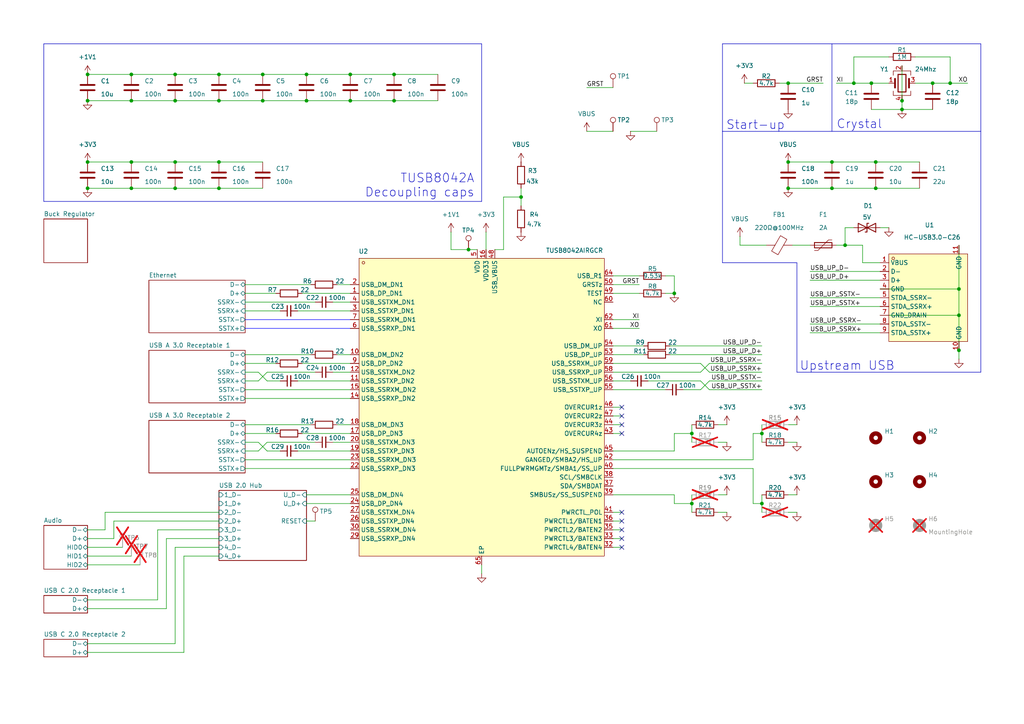
<source format=kicad_sch>
(kicad_sch (version 20250114) (generator "eeschema") (generator_version "9.0")
  (paper "A4")
  (title_block (title "Skibidi Thinkbook 14 Hub") (date "2025-12-29") (rev "v1") (company "Toby's Lab"))
  (text "TUSB8042A\nDecoupling caps" (at 137.668 57.404 0) (effects (font (size 2.54 2.54)) (justify right bottom)))
  (text "Start-up" (at 210.566 37.846 0) (effects (font (size 2.54 2.54)) (justify left bottom)))
  (text "Crystal" (at 242.57 37.592 0) (effects (font (size 2.54 2.54)) (justify left bottom)))
  (text "Upstream USB" (at 231.902 107.696 0) (effects (font (size 2.54 2.54)) (justify left bottom)))
  (junction (at 63.5 54.61))
  (junction (at 228.6 24.13))
  (junction (at 254 46.99))
  (junction (at 25.4 46.99))
  (junction (at 241.3 54.61))
  (junction (at 261.62 31.75))
  (junction (at 151.13 57.15))
  (junction (at 228.6 46.99))
  (junction (at 76.2 29.21))
  (junction (at 270.51 24.13))
  (junction (at 245.11 71.12))
  (junction (at 50.8 29.21))
  (junction (at 63.5 21.59))
  (junction (at 261.62 29.21))
  (junction (at 25.4 29.21))
  (junction (at 220.98 146.05))
  (junction (at 63.5 46.99))
  (junction (at 278.13 91.44))
  (junction (at 38.1 29.21))
  (junction (at 88.9 21.59))
  (junction (at 101.6 21.59))
  (junction (at 278.13 101.6))
  (junction (at 76.2 21.59))
  (junction (at 114.3 29.21))
  (junction (at 252.73 24.13))
  (junction (at 254 54.61))
  (junction (at 200.66 125.73))
  (junction (at 38.1 21.59))
  (junction (at 63.5 29.21))
  (junction (at 88.9 29.21))
  (junction (at 101.6 29.21))
  (junction (at 25.4 21.59))
  (junction (at 38.1 46.99))
  (junction (at 241.3 46.99))
  (junction (at 50.8 21.59))
  (junction (at 195.58 85.09))
  (junction (at 278.13 83.82))
  (junction (at 275.59 24.13))
  (junction (at 50.8 54.61))
  (junction (at 200.66 146.05))
  (junction (at 220.98 125.73))
  (junction (at 38.1 54.61))
  (junction (at 50.8 46.99))
  (junction (at 228.6 54.61))
  (junction (at 247.65 24.13))
  (junction (at 114.3 21.59))
  (junction (at 25.4 54.61))
  (junction (at 135.89 72.39))
  (no_connect (at 180.34 158.75))
  (no_connect (at 180.34 125.73))
  (no_connect (at 180.34 123.19))
  (no_connect (at 180.34 118.11))
  (no_connect (at 180.34 151.13))
  (no_connect (at 180.34 156.21))
  (no_connect (at 180.34 153.67))
  (no_connect (at 180.34 120.65))
  (no_connect (at 180.34 148.59))
  (wire (pts (xy 50.8 54.61) (xy 63.5 54.61)))
  (wire (pts (xy 229.87 71.12) (xy 234.95 71.12)))
  (wire (pts (xy 205.74 105.41) (xy 220.98 105.41)))
  (wire (pts (xy 205.74 107.95) (xy 203.2 105.41)))
  (wire (pts (xy 130.81 67.31) (xy 130.81 72.39)))
  (wire (pts (xy 242.57 24.13) (xy 247.65 24.13)))
  (wire (pts (xy 38.1 54.61) (xy 50.8 54.61)))
  (wire (pts (xy 234.95 86.36) (xy 255.27 86.36)))
  (wire (pts (xy 53.34 161.29) (xy 63.5 161.29)))
  (wire (pts (xy 50.8 46.99) (xy 63.5 46.99)))
  (wire (pts (xy 182.88 38.1) (xy 190.5 38.1)))
  (wire (pts (xy 38.1 21.59) (xy 50.8 21.59)))
  (wire (pts (xy 222.25 71.12) (xy 214.63 71.12)))
  (wire (pts (xy 33.02 151.13) (xy 63.5 151.13)))
  (wire (pts (xy 247.65 24.13) (xy 252.73 24.13)))
  (wire (pts (xy 255.27 91.44) (xy 278.13 91.44)))
  (wire (pts (xy 71.12 115.57) (xy 101.6 115.57)))
  (polyline (pts (xy 209.55 38.1) (xy 209.55 12.7)))
  (wire (pts (xy 48.26 156.21) (xy 63.5 156.21)))
  (wire (pts (xy 218.44 135.89) (xy 218.44 146.05)))
  (wire (pts (xy 101.6 21.59) (xy 114.3 21.59)))
  (wire (pts (xy 200.66 125.73) (xy 200.66 128.27)))
  (wire (pts (xy 74.93 130.81) (xy 77.47 128.27)))
  (wire (pts (xy 77.47 107.95) (xy 91.44 107.95)))
  (wire (pts (xy 25.4 46.99) (xy 38.1 46.99)))
  (wire (pts (xy 25.4 176.53) (xy 48.26 176.53)))
  (wire (pts (xy 86.36 110.49) (xy 101.6 110.49)))
  (wire (pts (xy 88.9 146.05) (xy 101.6 146.05)))
  (wire (pts (xy 231.14 143.51) (xy 228.6 143.51)))
  (wire (pts (xy 275.59 24.13) (xy 280.67 24.13)))
  (wire (pts (xy 278.13 91.44) (xy 278.13 101.6)))
  (wire (pts (xy 25.4 186.69) (xy 50.8 186.69)))
  (wire (pts (xy 234.95 88.9) (xy 255.27 88.9)))
  (wire (pts (xy 195.58 146.05) (xy 195.58 143.51)))
  (wire (pts (xy 114.3 29.21) (xy 127 29.21)))
  (wire (pts (xy 270.51 24.13) (xy 265.43 24.13)))
  (wire (pts (xy 71.12 113.03) (xy 101.6 113.03)))
  (wire (pts (xy 50.8 29.21) (xy 63.5 29.21)))
  (polyline (pts (xy 284.48 38.1) (xy 284.48 107.95)))
  (wire (pts (xy 25.4 173.99) (xy 45.72 173.99)))
  (wire (pts (xy 88.9 143.51) (xy 101.6 143.51)))
  (wire (pts (xy 194.31 100.33) (xy 220.98 100.33)))
  (wire (pts (xy 77.47 110.49) (xy 74.93 107.95)))
  (polyline (pts (xy 231.14 76.2) (xy 209.55 76.2)))
  (wire (pts (xy 234.95 96.52) (xy 255.27 96.52)))
  (wire (pts (xy 50.8 158.75) (xy 63.5 158.75)))
  (wire (pts (xy 245.11 66.04) (xy 245.11 71.12)))
  (wire (pts (xy 231.14 148.59) (xy 228.6 148.59)))
  (wire (pts (xy 170.18 38.1) (xy 177.8 38.1)))
  (wire (pts (xy 205.74 113.03) (xy 220.98 113.03)))
  (wire (pts (xy 81.28 130.81) (xy 77.47 130.81)))
  (wire (pts (xy 71.12 107.95) (xy 74.93 107.95)))
  (wire (pts (xy 71.12 102.87) (xy 90.17 102.87)))
  (wire (pts (xy 203.2 107.95) (xy 205.74 105.41)))
  (wire (pts (xy 177.8 113.03) (xy 193.04 113.03)))
  (wire (pts (xy 220.98 125.73) (xy 218.44 125.73)))
  (wire (pts (xy 220.98 143.51) (xy 220.98 146.05)))
  (wire (pts (xy 25.4 29.21) (xy 38.1 29.21)))
  (wire (pts (xy 97.79 123.19) (xy 101.6 123.19)))
  (wire (pts (xy 185.42 82.55) (xy 177.8 82.55)))
  (wire (pts (xy 96.52 128.27) (xy 101.6 128.27)))
  (wire (pts (xy 187.96 110.49) (xy 203.2 110.49)))
  (wire (pts (xy 205.74 110.49) (xy 220.98 110.49)))
  (wire (pts (xy 71.12 105.41) (xy 80.01 105.41)))
  (wire (pts (xy 228.6 54.61) (xy 241.3 54.61)))
  (wire (pts (xy 200.66 123.19) (xy 200.66 125.73)))
  (wire (pts (xy 200.66 143.51) (xy 200.66 146.05)))
  (wire (pts (xy 250.19 76.2) (xy 255.27 76.2)))
  (wire (pts (xy 96.52 107.95) (xy 101.6 107.95)))
  (wire (pts (xy 278.13 71.12) (xy 278.13 83.82)))
  (wire (pts (xy 114.3 21.59) (xy 127 21.59)))
  (polyline (pts (xy 284.48 12.7) (xy 284.48 38.1)))
  (wire (pts (xy 151.13 54.61) (xy 151.13 57.15)))
  (wire (pts (xy 96.52 87.63) (xy 101.6 87.63)))
  (wire (pts (xy 48.26 156.21) (xy 48.26 176.53)))
  (wire (pts (xy 241.3 54.61) (xy 254 54.61)))
  (wire (pts (xy 234.95 93.98) (xy 255.27 93.98)))
  (wire (pts (xy 180.34 156.21) (xy 177.8 156.21)))
  (wire (pts (xy 77.47 128.27) (xy 91.44 128.27)))
  (wire (pts (xy 241.3 46.99) (xy 254 46.99)))
  (wire (pts (xy 177.8 80.01) (xy 185.42 80.01)))
  (wire (pts (xy 218.44 125.73) (xy 218.44 133.35)))
  (wire (pts (xy 177.8 130.81) (xy 195.58 130.81)))
  (wire (pts (xy 226.06 24.13) (xy 228.6 24.13)))
  (wire (pts (xy 177.8 107.95) (xy 203.2 107.95)))
  (wire (pts (xy 45.72 153.67) (xy 45.72 173.99)))
  (wire (pts (xy 25.4 156.21) (xy 33.02 156.21)))
  (wire (pts (xy 195.58 80.01) (xy 195.58 85.09)))
  (wire (pts (xy 33.02 151.13) (xy 33.02 156.21)))
  (wire (pts (xy 25.4 163.83) (xy 40.64 163.83)))
  (wire (pts (xy 86.36 90.17) (xy 101.6 90.17)))
  (polyline (pts (xy 209.55 12.7) (xy 241.3 12.7)))
  (wire (pts (xy 25.4 189.23) (xy 53.34 189.23)))
  (wire (pts (xy 231.14 128.27) (xy 228.6 128.27)))
  (wire (pts (xy 195.58 130.81) (xy 195.58 125.73)))
  (wire (pts (xy 71.12 128.27) (xy 74.93 128.27)))
  (wire (pts (xy 87.63 125.73) (xy 101.6 125.73)))
  (wire (pts (xy 130.81 72.39) (xy 135.89 72.39)))
  (polyline (pts (xy 231.14 107.95) (xy 231.14 76.2)))
  (wire (pts (xy 71.12 85.09) (xy 80.01 85.09)))
  (wire (pts (xy 25.4 158.75) (xy 35.56 158.75)))
  (wire (pts (xy 81.28 110.49) (xy 77.47 110.49)))
  (wire (pts (xy 146.05 57.15) (xy 146.05 72.39)))
  (wire (pts (xy 250.19 71.12) (xy 250.19 76.2)))
  (wire (pts (xy 38.1 46.99) (xy 50.8 46.99)))
  (wire (pts (xy 87.63 105.41) (xy 101.6 105.41)))
  (wire (pts (xy 257.81 66.04) (xy 255.27 66.04)))
  (wire (pts (xy 247.65 66.04) (xy 245.11 66.04)))
  (wire (pts (xy 210.82 123.19) (xy 208.28 123.19)))
  (wire (pts (xy 71.12 110.49) (xy 74.93 110.49)))
  (wire (pts (xy 198.12 113.03) (xy 203.2 113.03)))
  (polyline (pts (xy 241.3 12.7) (xy 241.3 38.1)))
  (wire (pts (xy 180.34 120.65) (xy 177.8 120.65)))
  (wire (pts (xy 71.12 130.81) (xy 74.93 130.81)))
  (wire (pts (xy 88.9 151.13) (xy 91.44 151.13)))
  (polyline (pts (xy 284.48 107.95) (xy 231.14 107.95)))
  (wire (pts (xy 71.12 133.35) (xy 101.6 133.35)))
  (wire (pts (xy 254 46.99) (xy 266.7 46.99)))
  (wire (pts (xy 255.27 83.82) (xy 278.13 83.82)))
  (wire (pts (xy 88.9 21.59) (xy 101.6 21.59)))
  (wire (pts (xy 87.63 85.09) (xy 101.6 85.09)))
  (wire (pts (xy 177.8 102.87) (xy 186.69 102.87)))
  (wire (pts (xy 180.34 153.67) (xy 177.8 153.67)))
  (wire (pts (xy 135.89 72.39) (xy 138.43 72.39)))
  (wire (pts (xy 177.8 100.33) (xy 186.69 100.33)))
  (wire (pts (xy 177.8 133.35) (xy 218.44 133.35)))
  (wire (pts (xy 228.6 46.99) (xy 241.3 46.99)))
  (wire (pts (xy 180.34 148.59) (xy 177.8 148.59)))
  (wire (pts (xy 63.5 29.21) (xy 76.2 29.21)))
  (wire (pts (xy 53.34 161.29) (xy 53.34 189.23)))
  (wire (pts (xy 261.62 19.05) (xy 261.62 29.21)))
  (wire (pts (xy 234.95 81.28) (xy 255.27 81.28)))
  (wire (pts (xy 275.59 16.51) (xy 275.59 24.13)))
  (wire (pts (xy 25.4 54.61) (xy 38.1 54.61)))
  (wire (pts (xy 71.12 87.63) (xy 91.44 87.63)))
  (polyline (pts (xy 12.7 12.7) (xy 12.7 58.42)))
  (wire (pts (xy 185.42 95.25) (xy 177.8 95.25)))
  (wire (pts (xy 45.72 153.67) (xy 63.5 153.67)))
  (wire (pts (xy 101.6 29.21) (xy 114.3 29.21)))
  (wire (pts (xy 245.11 71.12) (xy 250.19 71.12)))
  (wire (pts (xy 63.5 54.61) (xy 76.2 54.61)))
  (wire (pts (xy 76.2 21.59) (xy 88.9 21.59)))
  (wire (pts (xy 38.1 29.21) (xy 50.8 29.21)))
  (wire (pts (xy 261.62 31.75) (xy 261.62 29.21)))
  (wire (pts (xy 231.14 123.19) (xy 228.6 123.19)))
  (wire (pts (xy 205.74 110.49) (xy 203.2 113.03)))
  (polyline (pts (xy 241.3 12.7) (xy 284.48 12.7)))
  (wire (pts (xy 71.12 92.71) (xy 101.6 92.71)) (stroke (width 0) (color 0 0 255 1)))
  (wire (pts (xy 77.47 130.81) (xy 74.93 128.27)))
  (wire (pts (xy 180.34 151.13) (xy 177.8 151.13)))
  (wire (pts (xy 30.48 148.59) (xy 63.5 148.59)))
  (wire (pts (xy 234.95 78.74) (xy 255.27 78.74)))
  (wire (pts (xy 151.13 57.15) (xy 151.13 59.69)))
  (wire (pts (xy 185.42 92.71) (xy 177.8 92.71)))
  (wire (pts (xy 220.98 107.95) (xy 205.74 107.95)))
  (wire (pts (xy 195.58 143.51) (xy 177.8 143.51)))
  (wire (pts (xy 220.98 123.19) (xy 220.98 125.73)))
  (wire (pts (xy 257.81 16.51) (xy 247.65 16.51)))
  (wire (pts (xy 170.18 25.4) (xy 177.8 25.4)))
  (wire (pts (xy 270.51 24.13) (xy 275.59 24.13)))
  (polyline (pts (xy 139.7 58.42) (xy 12.7 58.42)))
  (wire (pts (xy 71.12 90.17) (xy 81.28 90.17)))
  (wire (pts (xy 185.42 85.09) (xy 177.8 85.09)))
  (wire (pts (xy 180.34 118.11) (xy 177.8 118.11)))
  (wire (pts (xy 203.2 110.49) (xy 205.74 113.03)))
  (wire (pts (xy 252.73 31.75) (xy 261.62 31.75)))
  (wire (pts (xy 97.79 82.55) (xy 101.6 82.55)))
  (wire (pts (xy 200.66 146.05) (xy 200.66 148.59)))
  (wire (pts (xy 261.62 31.75) (xy 270.51 31.75)))
  (wire (pts (xy 25.4 21.59) (xy 38.1 21.59)))
  (wire (pts (xy 252.73 24.13) (xy 257.81 24.13)))
  (wire (pts (xy 220.98 146.05) (xy 220.98 148.59)))
  (polyline (pts (xy 209.55 38.1) (xy 284.48 38.1)))
  (wire (pts (xy 97.79 102.87) (xy 101.6 102.87)))
  (wire (pts (xy 210.82 148.59) (xy 208.28 148.59)))
  (wire (pts (xy 278.13 104.14) (xy 278.13 101.6)))
  (wire (pts (xy 254 54.61) (xy 266.7 54.61)))
  (wire (pts (xy 88.9 29.21) (xy 101.6 29.21)))
  (wire (pts (xy 265.43 16.51) (xy 275.59 16.51)))
  (wire (pts (xy 242.57 71.12) (xy 245.11 71.12)))
  (wire (pts (xy 195.58 85.09) (xy 193.04 85.09)))
  (wire (pts (xy 74.93 110.49) (xy 77.47 107.95)))
  (wire (pts (xy 76.2 29.21) (xy 88.9 29.21)))
  (wire (pts (xy 50.8 158.75) (xy 50.8 186.69)))
  (wire (pts (xy 177.8 110.49) (xy 182.88 110.49)))
  (wire (pts (xy 177.8 105.41) (xy 203.2 105.41)))
  (wire (pts (xy 193.04 80.01) (xy 195.58 80.01)))
  (wire (pts (xy 210.82 128.27) (xy 208.28 128.27)))
  (wire (pts (xy 146.05 72.39) (xy 143.51 72.39)))
  (wire (pts (xy 140.97 67.31) (xy 140.97 72.39)))
  (polyline (pts (xy 12.7 12.7) (xy 139.7 12.7)))
  (wire (pts (xy 278.13 83.82) (xy 278.13 91.44)))
  (wire (pts (xy 71.12 125.73) (xy 80.01 125.73)))
  (wire (pts (xy 86.36 130.81) (xy 101.6 130.81)))
  (wire (pts (xy 214.63 68.58) (xy 214.63 71.12)))
  (wire (pts (xy 247.65 16.51) (xy 247.65 24.13)))
  (wire (pts (xy 220.98 125.73) (xy 220.98 128.27)))
  (wire (pts (xy 218.44 146.05) (xy 220.98 146.05)))
  (wire (pts (xy 30.48 148.59) (xy 30.48 153.67)))
  (wire (pts (xy 194.31 102.87) (xy 220.98 102.87)))
  (wire (pts (xy 218.44 24.13) (xy 215.9 24.13)))
  (wire (pts (xy 139.7 166.37) (xy 139.7 163.83)))
  (wire (pts (xy 50.8 21.59) (xy 63.5 21.59)))
  (wire (pts (xy 180.34 123.19) (xy 177.8 123.19)))
  (wire (pts (xy 71.12 123.19) (xy 90.17 123.19)))
  (wire (pts (xy 151.13 57.15) (xy 146.05 57.15)))
  (wire (pts (xy 195.58 146.05) (xy 200.66 146.05)))
  (wire (pts (xy 25.4 161.29) (xy 38.1 161.29)))
  (wire (pts (xy 177.8 135.89) (xy 218.44 135.89)))
  (wire (pts (xy 25.4 153.67) (xy 30.48 153.67)))
  (wire (pts (xy 180.34 125.73) (xy 177.8 125.73)))
  (wire (pts (xy 71.12 135.89) (xy 101.6 135.89)))
  (wire (pts (xy 210.82 143.51) (xy 208.28 143.51)))
  (wire (pts (xy 180.34 158.75) (xy 177.8 158.75)))
  (wire (pts (xy 195.58 125.73) (xy 200.66 125.73)))
  (wire (pts (xy 228.6 24.13) (xy 238.76 24.13)))
  (wire (pts (xy 63.5 46.99) (xy 76.2 46.99)))
  (wire (pts (xy 71.12 82.55) (xy 90.17 82.55)))
  (wire (pts (xy 63.5 21.59) (xy 76.2 21.59)))
  (polyline (pts (xy 209.55 76.2) (xy 209.55 38.1)))
  (polyline (pts (xy 139.7 12.7) (xy 139.7 58.42)))
  (wire (pts (xy 71.12 95.25) (xy 101.6 95.25)) (stroke (width 0) (color 0 0 255 1)))
  (label "USB_UP_SSRX-" (at 220.98 105.41 180))
  (label "USB_UP_SSTX-" (at 220.98 110.49 180))
  (label "GRST" (at 185.42 82.55 180))
  (label "USB_UP_SSTX+" (at 220.98 113.03 180))
  (label "USB_UP_SSRX+" (at 220.98 107.95 180))
  (label "USB_UP_SSTX+" (at 234.95 88.9 0))
  (label "USB_UP_SSTX-" (at 234.95 86.36 0))
  (label "GRST" (at 170.18 25.4 0))
  (label "USB_UP_D+" (at 234.95 81.28 0))
  (label "XO" (at 185.42 95.25 180))
  (label "XI" (at 242.57 24.13 0))
  (label "USB_UP_D-" (at 220.98 100.33 180))
  (label "GRST" (at 238.76 24.13 180))
  (label "XO" (at 280.67 24.13 180))
  (label "USB_UP_SSRX-" (at 234.95 93.98 0))
  (label "XI" (at 185.42 92.71 180))
  (label "USB_UP_D-" (at 234.95 78.74 0))
  (label "USB_UP_SSRX+" (at 234.95 96.52 0))
  (label "USB_UP_D+" (at 220.98 102.87 180))
  (symbol (lib_id "Device:C") (at 270.51 27.94 0) (mirror y) (unit 1)
    (property "Reference" "C12" (at 274.32 26.924 0) (effects (justify right)))
    (property "Value" "18p" (at 274.32 29.464 0) (effects (justify right)))
    (property "Footprint" "Capacitor_SMD:C_0402_1005Metric" (effects (hide yes)))
    (property "Description" "Unpolarized capacitor" (effects (hide yes)))
    (property "LCSC Part #" "C1549" (effects (hide yes)))
  )
  (symbol (lib_id "Device:C") (at 228.6 50.8 0) (unit 1) (on_board no)
    (property "Reference" "C18" (at 232.41 48.8949 0) (effects (justify left)))
    (property "Value" "100n" (at 232.41 52.7049 0) (effects (justify left)))
    (property "Footprint" "Capacitor_SMD:C_0402_1005Metric" (effects (hide yes)))
    (property "Description" "Unpolarized capacitor" (effects (hide yes)))
    (property "LCSC Part #" "C307331" (effects (hide yes)))
  )
  (symbol (lib_id "Device:Polyfuse") (at 238.76 71.12 90) (unit 1)
    (property "Reference" "F1" (at 238.76 62.23 90))
    (property "Value" "2A" (at 238.76 66.04 90))
    (property "Footprint" "Fuse:Fuse_1206_3216Metric" (effects (hide yes)))
    (property "Description" "Resettable fuse, polymeric positive temperature coefficient" (effects (hide yes)))
    (property "LCSC Part #" "C883135" (effects (hide yes)))
  )
  (symbol (lib_id "power:GND") (at 231.14 128.27 0) (unit 1)
    (property "Reference" "#PWR023" (effects (hide yes)))
    (property "Value" "GND" (effects (hide yes)))
    (property "Description" "Power symbol creates a global label with name \"GND\" , ground" (effects (hide yes)))
  )
  (symbol (lib_id "Device:C") (at 50.8 50.8 0) (unit 1)
    (property "Reference" "C15" (at 54.61 48.8949 0) (effects (justify left)))
    (property "Value" "100n" (at 54.61 52.7049 0) (effects (justify left)))
    (property "Footprint" "Capacitor_SMD:C_0402_1005Metric" (effects (hide yes)))
    (property "Description" "Unpolarized capacitor" (effects (hide yes)))
    (property "LCSC Part #" "C307331" (effects (hide yes)))
  )
  (symbol (lib_id "Mechanical:MountingHole") (at 266.7 139.7 0) (unit 1) (in_bom no)
    (property "Reference" "H4" (at 269.24 137.7949 0) (effects (justify left)))
    (property "Value" "MountingHole" (effects (hide yes)))
    (property "Footprint" "MountingHole:MountingHole_3.2mm_M3_Pad" (effects (hide yes)))
    (property "Description" "Mounting Hole without connection" (effects (hide yes)))
  )
  (symbol (lib_id "easyeda2kicad:HC-USB3.0-C26") (at 267.97 86.36 0) (unit 1)
    (property "Reference" "U1" (at 268.224 65.278 0) (effects (justify left)))
    (property "Value" "HC-USB3.0-C26" (at 262.128 68.834 0) (effects (justify left)))
    (property "Footprint" "easyeda2kicad:USB-3.0-A-SMD_HC-USB3.0-C26" (effects (hide yes)))
    (property "LCSC Part" "C7501854" (effects (hide yes)))
  )
  (symbol (lib_id "Mechanical:MountingHole") (at 266.7 152.4 0) (unit 1) (in_bom no) (on_board no) (dnp yes)
    (property "Reference" "H6" (at 269.24 150.4949 0) (effects (justify left)))
    (property "Value" "MountingHole" (at 269.24 154.3049 0) (effects (justify left)))
    (property "Footprint" "MountingHole:MountingHole_3.2mm_M3_Pad" (effects (hide yes)))
    (property "Description" "Mounting Hole without connection" (effects (hide yes)))
  )
  (symbol (lib_id "Device:C") (at 38.1 50.8 0) (unit 1)
    (property "Reference" "C14" (at 41.91 48.8949 0) (effects (justify left)))
    (property "Value" "100n" (at 41.91 52.7049 0) (effects (justify left)))
    (property "Footprint" "Capacitor_SMD:C_0402_1005Metric" (effects (hide yes)))
    (property "Description" "Unpolarized capacitor" (effects (hide yes)))
    (property "LCSC Part #" "C307331" (effects (hide yes)))
  )
  (symbol (lib_id "power:GND") (at 139.7 166.37 0) (mirror y) (unit 1)
    (property "Reference" "#PWR028" (effects (hide yes)))
    (property "Value" "GND" (effects (hide yes)))
    (property "Description" "Power symbol creates a global label with name \"GND\" , ground" (effects (hide yes)))
  )
  (symbol (lib_id "Device:C") (at 254 50.8 0) (unit 1)
    (property "Reference" "C20" (at 257.81 48.8949 0) (effects (justify left)))
    (property "Value" "10u" (at 257.81 52.7049 0) (effects (justify left)))
    (property "Footprint" "Capacitor_SMD:C_0603_1608Metric" (effects (hide yes)))
    (property "Description" "Unpolarized capacitor" (effects (hide yes)))
    (property "LCSC Part #" "C19702" (effects (hide yes)))
  )
  (symbol (lib_id "Device:C") (at 114.3 25.4 0) (unit 1)
    (property "Reference" "C8" (at 118.11 23.4949 0) (effects (justify left)))
    (property "Value" "100n" (at 118.11 27.3049 0) (effects (justify left)))
    (property "Footprint" "Capacitor_SMD:C_0402_1005Metric" (effects (hide yes)))
    (property "Description" "Unpolarized capacitor" (effects (hide yes)))
    (property "LCSC Part #" "C307331" (effects (hide yes)))
  )
  (symbol (lib_id "Device:C") (at 241.3 50.8 0) (unit 1)
    (property "Reference" "C19" (at 245.11 48.8949 0) (effects (justify left)))
    (property "Value" "1u" (at 245.11 52.7049 0) (effects (justify left)))
    (property "Footprint" "Capacitor_SMD:C_0603_1608Metric" (effects (hide yes)))
    (property "Description" "Unpolarized capacitor" (effects (hide yes)))
    (property "LCSC Part #" "C15849" (effects (hide yes)))
  )
  (symbol (lib_id "Device:C_Small") (at 195.58 113.03 90) (unit 1)
    (property "Reference" "C27" (at 192.278 111.76 90))
    (property "Value" "100n" (at 199.39 111.76 90))
    (property "Footprint" "Capacitor_SMD:C_0402_1005Metric" (effects (hide yes)))
    (property "Description" "Unpolarized capacitor, small symbol" (effects (hide yes)))
    (property "LCSC Part #" "C307331" (effects (hide yes)))
  )
  (symbol (lib_id "Device:C_Small") (at 83.82 110.49 90) (unit 1)
    (property "Reference" "C25" (at 80.518 109.22 90))
    (property "Value" "100n" (at 87.63 109.22 90))
    (property "Footprint" "Capacitor_SMD:C_0402_1005Metric" (effects (hide yes)))
    (property "Description" "Unpolarized capacitor, small symbol" (effects (hide yes)))
    (property "LCSC Part #" "C307331" (effects (hide yes)))
  )
  (symbol (lib_id "Device:R") (at 93.98 102.87 90) (unit 1)
    (property "Reference" "R10" (at 89.154 101.854 90))
    (property "Value" "22" (at 98.552 101.854 90))
    (property "Footprint" "Resistor_SMD:R_0402_1005Metric" (effects (hide yes)))
    (property "Description" "Resistor" (effects (hide yes)))
    (property "LCSC Part #" "C25092" (effects (hide yes)))
  )
  (symbol (lib_id "Device:C_Small") (at 93.98 87.63 90) (unit 1)
    (property "Reference" "C22" (at 90.678 86.36 90))
    (property "Value" "100n" (at 97.79 86.36 90))
    (property "Footprint" "Capacitor_SMD:C_0402_1005Metric" (effects (hide yes)))
    (property "Description" "Unpolarized capacitor, small symbol" (effects (hide yes)))
    (property "LCSC Part #" "C307331" (effects (hide yes)))
  )
  (symbol (lib_id "Mechanical:MountingHole") (at 254 127 0) (unit 1) (in_bom no)
    (property "Reference" "H1" (at 256.54 125.0949 0) (effects (justify left)))
    (property "Value" "MountingHole" (effects (hide yes)))
    (property "Footprint" "MountingHole:MountingHole_3.2mm_M3_Pad" (effects (hide yes)))
    (property "Description" "Mounting Hole without connection" (effects (hide yes)))
  )
  (symbol (lib_id "Device:R") (at 83.82 105.41 90) (unit 1)
    (property "Reference" "R12" (at 78.994 104.394 90))
    (property "Value" "22" (at 88.392 104.394 90))
    (property "Footprint" "Resistor_SMD:R_0402_1005Metric" (effects (hide yes)))
    (property "Description" "Resistor" (effects (hide yes)))
    (property "LCSC Part #" "C25092" (effects (hide yes)))
  )
  (symbol (lib_id "power:GND") (at 210.82 148.59 0) (unit 1)
    (property "Reference" "#PWR026" (effects (hide yes)))
    (property "Value" "GND" (effects (hide yes)))
    (property "Description" "Power symbol creates a global label with name \"GND\" , ground" (effects (hide yes)))
  )
  (symbol (lib_id "Device:C") (at 266.7 50.8 0) (unit 1)
    (property "Reference" "C21" (at 270.51 48.8949 0) (effects (justify left)))
    (property "Value" "22u" (at 270.51 52.7049 0) (effects (justify left)))
    (property "Footprint" "Capacitor_SMD:C_0805_2012Metric" (effects (hide yes)))
    (property "Description" "Unpolarized capacitor" (effects (hide yes)))
    (property "LCSC Part #" "C45783" (effects (hide yes)))
  )
  (symbol (lib_id "Connector:TestPoint") (at 135.89 72.39 0) (mirror y) (unit 1)
    (property "Reference" "TP4" (at 137.668 66.802 0) (effects (justify left)))
    (property "Value" "TestPoint" (effects (hide yes)))
    (property "Footprint" "TestPoint:TestPoint_Pad_D1.5mm" (effects (hide yes)))
    (property "Description" "test point" (effects (hide yes)))
  )
  (symbol (lib_id "Device:C") (at 228.6 27.94 0) (unit 1)
    (property "Reference" "C10" (at 232.41 26.0349 0) (effects (justify left)))
    (property "Value" "1u" (at 232.41 29.8449 0) (effects (justify left)))
    (property "Footprint" "Capacitor_SMD:C_0603_1608Metric" (effects (hide yes)))
    (property "Description" "Unpolarized capacitor" (effects (hide yes)))
    (property "LCSC Part #" "C15849" (effects (hide yes)))
  )
  (symbol (lib_id "Device:R") (at 261.62 16.51 90) (unit 1)
    (property "Reference" "R1" (at 261.62 14.478 90))
    (property "Value" "1M" (at 261.62 16.51 90))
    (property "Footprint" "Resistor_SMD:R_0402_1005Metric" (effects (hide yes)))
    (property "Description" "Resistor" (effects (hide yes)))
    (property "LCSC Part #" "C26083" (effects (hide yes)))
  )
  (symbol (lib_id "Connector:TestPoint") (at 177.8 25.4 0) (unit 1)
    (property "Reference" "TP1" (at 179.07 22.098 0) (effects (justify left)))
    (property "Value" "TestPoint" (effects (hide yes)))
    (property "Footprint" "TestPoint:TestPoint_Pad_D1.5mm" (effects (hide yes)))
    (property "Description" "test point" (effects (hide yes)))
  )
  (symbol (lib_id "Device:C") (at 38.1 25.4 0) (unit 1)
    (property "Reference" "C2" (at 41.91 23.4949 0) (effects (justify left)))
    (property "Value" "100n" (at 41.91 27.3049 0) (effects (justify left)))
    (property "Footprint" "Capacitor_SMD:C_0402_1005Metric" (effects (hide yes)))
    (property "Description" "Unpolarized capacitor" (effects (hide yes)))
    (property "LCSC Part #" "C307331" (effects (hide yes)))
  )
  (symbol (lib_id "Device:R") (at 189.23 85.09 90) (unit 1)
    (property "Reference" "R8" (at 189.23 83.058 90))
    (property "Value" "4.7k" (at 189.23 85.09 90))
    (property "Footprint" "Resistor_SMD:R_0402_1005Metric" (effects (hide yes)))
    (property "Description" "Resistor" (effects (hide yes)))
    (property "LCSC Part #" "C25900" (effects (hide yes)))
  )
  (symbol (lib_id "power:+3V3") (at 25.4 46.99 0) (unit 1)
    (property "Reference" "#PWR08" (effects (hide yes)))
    (property "Value" "+3V3" (at 25.4 41.91 0))
    (property "Description" "Power symbol creates a global label with name \"+3V3\"" (effects (hide yes)))
  )
  (symbol (lib_id "power:GND") (at 231.14 148.59 0) (unit 1)
    (property "Reference" "#PWR027" (effects (hide yes)))
    (property "Value" "GND" (effects (hide yes)))
    (property "Description" "Power symbol creates a global label with name \"GND\" , ground" (effects (hide yes)))
  )
  (symbol (lib_id "Device:C") (at 50.8 25.4 0) (unit 1)
    (property "Reference" "C3" (at 54.61 23.4949 0) (effects (justify left)))
    (property "Value" "100n" (at 54.61 27.3049 0) (effects (justify left)))
    (property "Footprint" "Capacitor_SMD:C_0402_1005Metric" (effects (hide yes)))
    (property "Description" "Unpolarized capacitor" (effects (hide yes)))
    (property "LCSC Part #" "C307331" (effects (hide yes)))
  )
  (symbol (lib_id "power:GND") (at 257.81 66.04 0) (mirror y) (unit 1)
    (property "Reference" "#PWR013" (effects (hide yes)))
    (property "Value" "GND" (effects (hide yes)))
    (property "Description" "Power symbol creates a global label with name \"GND\" , ground" (effects (hide yes)))
  )
  (symbol (lib_id "Device:R") (at 83.82 85.09 90) (unit 1)
    (property "Reference" "R7" (at 78.994 84.074 90))
    (property "Value" "22" (at 88.392 84.074 90))
    (property "Footprint" "Resistor_SMD:R_0402_1005Metric" (effects (hide yes)))
    (property "Description" "Resistor" (effects (hide yes)))
    (property "LCSC Part #" "C25092" (effects (hide yes)))
  )
  (symbol (lib_id "Device:R") (at 83.82 125.73 90) (unit 1)
    (property "Reference" "R16" (at 78.994 124.714 90))
    (property "Value" "22" (at 88.392 124.714 90))
    (property "Footprint" "Resistor_SMD:R_0402_1005Metric" (effects (hide yes)))
    (property "Description" "Resistor" (effects (hide yes)))
    (property "LCSC Part #" "C25092" (effects (hide yes)))
  )
  (symbol (lib_id "Connector:TestPoint") (at 91.44 151.13 0) (unit 1)
    (property "Reference" "TP5" (at 92.71 148.336 0) (effects (justify left)))
    (property "Value" "TestPoint" (effects (hide yes)))
    (property "Footprint" "TestPoint:TestPoint_Pad_D1.5mm" (effects (hide yes)))
    (property "Description" "test point" (effects (hide yes)))
  )
  (symbol (lib_id "Device:C") (at 25.4 25.4 0) (unit 1)
    (property "Reference" "C1" (at 29.21 23.4949 0) (effects (justify left)))
    (property "Value" "10u" (at 29.21 27.3049 0) (effects (justify left)))
    (property "Footprint" "Capacitor_SMD:C_0603_1608Metric" (effects (hide yes)))
    (property "Description" "Unpolarized capacitor" (effects (hide yes)))
    (property "LCSC Part #" "C19702" (effects (hide yes)))
  )
  (symbol (lib_id "Device:C") (at 76.2 25.4 0) (unit 1)
    (property "Reference" "C5" (at 80.01 23.4949 0) (effects (justify left)))
    (property "Value" "100n" (at 80.01 27.3049 0) (effects (justify left)))
    (property "Footprint" "Capacitor_SMD:C_0402_1005Metric" (effects (hide yes)))
    (property "Description" "Unpolarized capacitor" (effects (hide yes)))
    (property "LCSC Part #" "C307331" (effects (hide yes)))
  )
  (symbol (lib_id "power:+1V1") (at 25.4 21.59 0) (unit 1)
    (property "Reference" "#PWR01" (effects (hide yes)))
    (property "Value" "+1V1" (at 25.4 16.51 0))
    (property "Description" "Power symbol creates a global label with name \"+1V1\"" (effects (hide yes)))
  )
  (symbol (lib_id "Device:C_Small") (at 83.82 90.17 90) (unit 1)
    (property "Reference" "C23" (at 80.518 88.9 90))
    (property "Value" "100n" (at 87.63 88.9 90))
    (property "Footprint" "Capacitor_SMD:C_0402_1005Metric" (effects (hide yes)))
    (property "Description" "Unpolarized capacitor, small symbol" (effects (hide yes)))
    (property "LCSC Part #" "C307331" (effects (hide yes)))
  )
  (symbol (lib_id "Device:R") (at 204.47 143.51 90) (unit 1) (dnp yes)
    (property "Reference" "R19" (at 204.47 141.478 90))
    (property "Value" "4.7k" (at 204.47 143.51 90))
    (property "Footprint" "Resistor_SMD:R_0402_1005Metric" (effects (hide yes)))
    (property "Description" "Resistor" (effects (hide yes)))
    (property "LCSC Part #" "C25900" (effects (hide yes)))
  )
  (symbol (lib_id "power:GND") (at 210.82 128.27 0) (unit 1)
    (property "Reference" "#PWR022" (effects (hide yes)))
    (property "Value" "GND" (effects (hide yes)))
    (property "Description" "Power symbol creates a global label with name \"GND\" , ground" (effects (hide yes)))
  )
  (symbol (lib_id "Device:C") (at 63.5 25.4 0) (unit 1)
    (property "Reference" "C4" (at 67.31 23.4949 0) (effects (justify left)))
    (property "Value" "100n" (at 67.31 27.3049 0) (effects (justify left)))
    (property "Footprint" "Capacitor_SMD:C_0402_1005Metric" (effects (hide yes)))
    (property "Description" "Unpolarized capacitor" (effects (hide yes)))
    (property "LCSC Part #" "C307331" (effects (hide yes)))
  )
  (symbol (lib_id "Device:R") (at 190.5 100.33 90) (unit 1)
    (property "Reference" "R9" (at 185.674 99.314 90))
    (property "Value" "22" (at 195.072 99.314 90))
    (property "Footprint" "Resistor_SMD:R_0402_1005Metric" (effects (hide yes)))
    (property "Description" "Resistor" (effects (hide yes)))
    (property "LCSC Part #" "C25092" (effects (hide yes)))
  )
  (symbol (lib_id "Device:R") (at 93.98 123.19 90) (unit 1)
    (property "Reference" "R13" (at 89.154 122.174 90))
    (property "Value" "22" (at 98.552 122.174 90))
    (property "Footprint" "Resistor_SMD:R_0402_1005Metric" (effects (hide yes)))
    (property "Description" "Resistor" (effects (hide yes)))
    (property "LCSC Part #" "C25092" (effects (hide yes)))
  )
  (symbol (lib_id "power:+3V3") (at 140.97 67.31 0) (unit 1)
    (property "Reference" "#PWR015" (effects (hide yes)))
    (property "Value" "+3V3" (at 140.97 62.23 0))
    (property "Description" "Power symbol creates a global label with name \"+3V3\"" (effects (hide yes)))
  )
  (symbol (lib_id "Device:R") (at 93.98 82.55 90) (unit 1)
    (property "Reference" "R6" (at 89.154 81.534 90))
    (property "Value" "22" (at 98.552 81.534 90))
    (property "Footprint" "Resistor_SMD:R_0402_1005Metric" (effects (hide yes)))
    (property "Description" "Resistor" (effects (hide yes)))
    (property "LCSC Part #" "C25092" (effects (hide yes)))
  )
  (symbol (lib_id "power:+3V3") (at 210.82 143.51 0) (unit 1)
    (property "Reference" "#PWR024" (effects (hide yes)))
    (property "Value" "+3V3" (at 210.82 138.43 0))
    (property "Description" "Power symbol creates a global label with name \"+3V3\"" (effects (hide yes)))
  )
  (symbol (lib_id "power:+3V3") (at 215.9 24.13 0) (mirror y) (unit 1)
    (property "Reference" "#PWR02" (effects (hide yes)))
    (property "Value" "+3V3" (at 215.9 19.05 0))
    (property "Description" "Power symbol creates a global label with name \"+3V3\"" (effects (hide yes)))
  )
  (symbol (lib_id "power:GND") (at 228.6 31.75 0) (mirror y) (unit 1)
    (property "Reference" "#PWR04" (effects (hide yes)))
    (property "Value" "GND" (effects (hide yes)))
    (property "Description" "Power symbol creates a global label with name \"GND\" , ground" (effects (hide yes)))
  )
  (symbol (lib_id "power:+1V1") (at 130.81 67.31 0) (unit 1)
    (property "Reference" "#PWR014" (effects (hide yes)))
    (property "Value" "+1V1" (at 130.81 62.23 0))
    (property "Description" "Power symbol creates a global label with name \"+1V1\"" (effects (hide yes)))
  )
  (symbol (lib_id "Connector:TestPoint") (at 190.5 38.1 0) (unit 1)
    (property "Reference" "TP3" (at 191.77 34.798 0) (effects (justify left)))
    (property "Value" "TestPoint" (effects (hide yes)))
    (property "Footprint" "TestPoint:TestPoint_Pad_D2.0mm" (effects (hide yes)))
    (property "Description" "test point" (effects (hide yes)))
  )
  (symbol (lib_id "power:GND") (at 261.62 31.75 0) (unit 1)
    (property "Reference" "#PWR05" (effects (hide yes)))
    (property "Value" "GND" (effects (hide yes)))
    (property "Description" "Power symbol creates a global label with name \"GND\" , ground" (effects (hide yes)))
  )
  (symbol (lib_id "power:GND") (at 25.4 54.61 0) (unit 1)
    (property "Reference" "#PWR011" (effects (hide yes)))
    (property "Value" "GND" (effects (hide yes)))
    (property "Description" "Power symbol creates a global label with name \"GND\" , ground" (effects (hide yes)))
  )
  (symbol (lib_id "Connector:TestPoint") (at 40.64 163.83 0) (unit 1) (on_board no) (dnp yes)
    (property "Reference" "TP8" (at 41.91 161.036 0) (effects (justify left)))
    (property "Value" "TestPoint" (effects (hide yes)))
    (property "Footprint" "TestPoint:TestPoint_Pad_D1.5mm" (effects (hide yes)))
    (property "Description" "test point" (effects (hide yes)))
  )
  (symbol (lib_id "Device:R") (at 190.5 102.87 90) (unit 1)
    (property "Reference" "R11" (at 185.674 101.854 90))
    (property "Value" "22" (at 195.072 101.854 90))
    (property "Footprint" "Resistor_SMD:R_0402_1005Metric" (effects (hide yes)))
    (property "Description" "Resistor" (effects (hide yes)))
    (property "LCSC Part #" "C25092" (effects (hide yes)))
  )
  (symbol (lib_id "Device:R") (at 224.79 143.51 90) (unit 1)
    (property "Reference" "R20" (at 224.79 141.478 90))
    (property "Value" "4.7k" (at 224.79 143.51 90))
    (property "Footprint" "Resistor_SMD:R_0402_1005Metric" (effects (hide yes)))
    (property "Description" "Resistor" (effects (hide yes)))
    (property "LCSC Part #" "C25900" (effects (hide yes)))
  )
  (symbol (lib_id "power:+3V3") (at 210.82 123.19 0) (unit 1)
    (property "Reference" "#PWR020" (effects (hide yes)))
    (property "Value" "+3V3" (at 210.82 118.11 0))
    (property "Description" "Power symbol creates a global label with name \"+3V3\"" (effects (hide yes)))
  )
  (symbol (lib_id "Device:R") (at 151.13 50.8 0) (unit 1)
    (property "Reference" "R3" (at 154.432 49.53 0))
    (property "Value" "43k" (at 154.432 52.578 0))
    (property "Footprint" "Resistor_SMD:R_0603_1608Metric" (effects (hide yes)))
    (property "Description" "Resistor" (effects (hide yes)))
    (property "LCSC Part #" "C23172" (effects (hide yes)))
  )
  (symbol (lib_id "Device:C") (at 25.4 50.8 0) (unit 1)
    (property "Reference" "C13" (at 29.21 48.8949 0) (effects (justify left)))
    (property "Value" "10u" (at 29.21 52.7049 0) (effects (justify left)))
    (property "Footprint" "Capacitor_SMD:C_0603_1608Metric" (effects (hide yes)))
    (property "Description" "Unpolarized capacitor" (effects (hide yes)))
    (property "LCSC Part #" "C19702" (effects (hide yes)))
  )
  (symbol (lib_id "power:GND") (at 195.58 85.09 0) (unit 1)
    (property "Reference" "#PWR018" (effects (hide yes)))
    (property "Value" "GND" (effects (hide yes)))
    (property "Description" "Power symbol creates a global label with name \"GND\" , ground" (effects (hide yes)))
  )
  (symbol (lib_id "Device:R") (at 224.79 148.59 90) (unit 1) (dnp yes)
    (property "Reference" "R22" (at 224.79 146.558 90))
    (property "Value" "4.7k" (at 224.79 148.59 90))
    (property "Footprint" "Resistor_SMD:R_0402_1005Metric" (effects (hide yes)))
    (property "Description" "Resistor" (effects (hide yes)))
    (property "LCSC Part #" "C25900" (effects (hide yes)))
  )
  (symbol (lib_id "Device:R") (at 204.47 123.19 90) (unit 1)
    (property "Reference" "R14" (at 204.47 121.158 90))
    (property "Value" "4.7k" (at 204.47 123.19 90))
    (property "Footprint" "Resistor_SMD:R_0402_1005Metric" (effects (hide yes)))
    (property "Description" "Resistor" (effects (hide yes)))
    (property "LCSC Part #" "C25900" (effects (hide yes)))
  )
  (symbol (lib_id "power:GND") (at 228.6 54.61 0) (unit 1)
    (property "Reference" "#PWR012" (effects (hide yes)))
    (property "Value" "GND" (effects (hide yes)))
    (property "Description" "Power symbol creates a global label with name \"GND\" , ground" (effects (hide yes)))
  )
  (symbol (lib_id "Device:C") (at 252.73 27.94 0) (unit 1)
    (property "Reference" "C11" (at 248.92 26.924 0) (effects (justify right)))
    (property "Value" "18p" (at 248.92 29.464 0) (effects (justify right)))
    (property "Footprint" "Capacitor_SMD:C_0402_1005Metric" (effects (hide yes)))
    (property "Description" "Unpolarized capacitor" (effects (hide yes)))
    (property "LCSC Part #" "C1549" (effects (hide yes)))
  )
  (symbol (lib_id "Device:C_Small") (at 83.82 130.81 90) (unit 1)
    (property "Reference" "C29" (at 80.518 129.54 90))
    (property "Value" "100n" (at 87.63 129.54 90))
    (property "Footprint" "Capacitor_SMD:C_0402_1005Metric" (effects (hide yes)))
    (property "Description" "Unpolarized capacitor, small symbol" (effects (hide yes)))
    (property "LCSC Part #" "C307331" (effects (hide yes)))
  )
  (symbol (lib_id "Device:Crystal_GND24") (at 261.62 24.13 0) (unit 1)
    (property "Reference" "Y1" (at 256.54 20.066 0))
    (property "Value" "24Mhz" (at 268.478 20.066 0))
    (property "Footprint" "Crystal:Crystal_SMD_3225-4Pin_3.2x2.5mm" (effects (hide yes)))
    (property "Description" "Four pin crystal, GND on pins 2 and 4" (effects (hide yes)))
    (property "LCSC Part #" "C5444545" (effects (hide yes)))
  )
  (symbol (lib_id "Mechanical:MountingHole") (at 254 152.4 0) (unit 1) (in_bom no) (on_board no) (dnp yes)
    (property "Reference" "H5" (at 256.54 150.4949 0) (effects (justify left)))
    (property "Value" "MountingHole" (effects (hide yes)))
    (property "Footprint" "MountingHole:MountingHole_3.2mm_M3_Pad" (effects (hide yes)))
    (property "Description" "Mounting Hole without connection" (effects (hide yes)))
  )
  (symbol (lib_id "power:VBUS") (at 214.63 68.58 0) (unit 1)
    (property "Reference" "#PWR017" (effects (hide yes)))
    (property "Value" "VBUS" (at 214.63 63.5 0))
    (property "Description" "Power symbol creates a global label with name \"VBUS\"" (effects (hide yes)))
  )
  (symbol (lib_id "Device:C") (at 88.9 25.4 0) (unit 1)
    (property "Reference" "C6" (at 92.71 23.4949 0) (effects (justify left)))
    (property "Value" "100n" (at 92.71 27.3049 0) (effects (justify left)))
    (property "Footprint" "Capacitor_SMD:C_0402_1005Metric" (effects (hide yes)))
    (property "Description" "Unpolarized capacitor" (effects (hide yes)))
    (property "LCSC Part #" "C307331" (effects (hide yes)))
  )
  (symbol (lib_id "Device:R") (at 151.13 63.5 0) (mirror x) (unit 1)
    (property "Reference" "R4" (at 154.94 62.23 0))
    (property "Value" "4.7k" (at 154.94 65.024 0))
    (property "Footprint" "Resistor_SMD:R_0402_1005Metric" (effects (hide yes)))
    (property "Description" "Resistor" (effects (hide yes)))
    (property "LCSC Part #" "C25900" (effects (hide yes)))
  )
  (symbol (lib_id "power:+3V3") (at 231.14 143.51 0) (unit 1)
    (property "Reference" "#PWR025" (effects (hide yes)))
    (property "Value" "+3V3" (at 231.14 138.43 0))
    (property "Description" "Power symbol creates a global label with name \"+3V3\"" (effects (hide yes)))
  )
  (symbol (lib_id "Device:C") (at 63.5 50.8 0) (unit 1)
    (property "Reference" "C16" (at 67.31 48.8949 0) (effects (justify left)))
    (property "Value" "100n" (at 67.31 52.7049 0) (effects (justify left)))
    (property "Footprint" "Capacitor_SMD:C_0402_1005Metric" (effects (hide yes)))
    (property "Description" "Unpolarized capacitor" (effects (hide yes)))
    (property "LCSC Part #" "C307331" (effects (hide yes)))
  )
  (symbol (lib_id "Connector:TestPoint") (at 38.1 161.29 0) (unit 1) (on_board no) (dnp yes)
    (property "Reference" "TP7" (at 39.37 158.496 0) (effects (justify left)))
    (property "Value" "TestPoint" (effects (hide yes)))
    (property "Footprint" "TestPoint:TestPoint_Pad_D1.5mm" (effects (hide yes)))
    (property "Description" "test point" (effects (hide yes)))
  )
  (symbol (lib_id "Device:C_Small") (at 93.98 107.95 90) (unit 1)
    (property "Reference" "C24" (at 90.678 106.68 90))
    (property "Value" "100n" (at 97.79 106.68 90))
    (property "Footprint" "Capacitor_SMD:C_0402_1005Metric" (effects (hide yes)))
    (property "Description" "Unpolarized capacitor, small symbol" (effects (hide yes)))
    (property "LCSC Part #" "C307331" (effects (hide yes)))
  )
  (symbol (lib_id "Mechanical:MountingHole") (at 254 139.7 0) (unit 1) (in_bom no)
    (property "Reference" "H3" (at 256.54 137.7949 0) (effects (justify left)))
    (property "Value" "MountingHole" (effects (hide yes)))
    (property "Footprint" "MountingHole:MountingHole_3.2mm_M3_Pad" (effects (hide yes)))
    (property "Description" "Mounting Hole without connection" (effects (hide yes)))
  )
  (symbol (lib_id "Connector:TestPoint") (at 177.8 38.1 0) (unit 1)
    (property "Reference" "TP2" (at 179.07 34.798 0) (effects (justify left)))
    (property "Value" "TestPoint" (effects (hide yes)))
    (property "Footprint" "TestPoint:TestPoint_Pad_D2.0mm" (effects (hide yes)))
    (property "Description" "test point" (effects (hide yes)))
  )
  (symbol (lib_id "easyeda2kicad:TUSB8042AIRGCR") (at 139.7 118.11 0) (unit 1)
    (property "Reference" "U2" (at 105.41 72.898 0))
    (property "Value" "TUSB8042AIRGCR" (at 166.624 72.644 0))
    (property "Footprint" "easyeda2kicad:VQFN-64_L9.0-W9.0-P0.50-TL-EP6.0" (effects (hide yes)))
    (property "LCSC Part" "C2860610" (effects (hide yes)))
  )
  (symbol (lib_id "power:VBUS") (at 151.13 46.99 0) (unit 1)
    (property "Reference" "#PWR09" (effects (hide yes)))
    (property "Value" "VBUS" (at 151.13 41.91 0))
    (property "Description" "Power symbol creates a global label with name \"VBUS\"" (effects (hide yes)))
  )
  (symbol (lib_id "Device:C") (at 101.6 25.4 0) (unit 1)
    (property "Reference" "C7" (at 105.41 23.4949 0) (effects (justify left)))
    (property "Value" "100n" (at 105.41 27.3049 0) (effects (justify left)))
    (property "Footprint" "Capacitor_SMD:C_0402_1005Metric" (effects (hide yes)))
    (property "Description" "Unpolarized capacitor" (effects (hide yes)))
    (property "LCSC Part #" "C307331" (effects (hide yes)))
  )
  (symbol (lib_id "Device:C_Small") (at 185.42 110.49 90) (unit 1)
    (property "Reference" "C26" (at 182.118 109.22 90))
    (property "Value" "100n" (at 189.23 109.22 90))
    (property "Footprint" "Capacitor_SMD:C_0402_1005Metric" (effects (hide yes)))
    (property "Description" "Unpolarized capacitor, small symbol" (effects (hide yes)))
    (property "LCSC Part #" "C307331" (effects (hide yes)))
  )
  (symbol (lib_id "power:GND") (at 182.88 38.1 0) (unit 1)
    (property "Reference" "#PWR07" (effects (hide yes)))
    (property "Value" "GND" (effects (hide yes)))
    (property "Description" "Power symbol creates a global label with name \"GND\" , ground" (effects (hide yes)))
  )
  (symbol (lib_id "Device:C") (at 127 25.4 0) (unit 1)
    (property "Reference" "C9" (at 130.81 23.4949 0) (effects (justify left)))
    (property "Value" "100n" (at 130.81 27.3049 0) (effects (justify left)))
    (property "Footprint" "Capacitor_SMD:C_0402_1005Metric" (effects (hide yes)))
    (property "Description" "Unpolarized capacitor" (effects (hide yes)))
    (property "LCSC Part #" "C307331" (effects (hide yes)))
  )
  (symbol (lib_id "power:GND") (at 151.13 67.31 0) (mirror y) (unit 1)
    (property "Reference" "#PWR016" (effects (hide yes)))
    (property "Value" "GND" (effects (hide yes)))
    (property "Description" "Power symbol creates a global label with name \"GND\" , ground" (effects (hide yes)))
  )
  (symbol (lib_id "Mechanical:MountingHole") (at 266.7 127 0) (unit 1) (in_bom no)
    (property "Reference" "H2" (at 269.24 125.0949 0) (effects (justify left)))
    (property "Value" "MountingHole" (effects (hide yes)))
    (property "Footprint" "MountingHole:MountingHole_3.2mm_M3_Pad" (effects (hide yes)))
    (property "Description" "Mounting Hole without connection" (effects (hide yes)))
  )
  (symbol (lib_id "Device:R") (at 204.47 128.27 90) (unit 1) (dnp yes)
    (property "Reference" "R17" (at 204.47 126.238 90))
    (property "Value" "4.7k" (at 204.47 128.27 90))
    (property "Footprint" "Resistor_SMD:R_0402_1005Metric" (effects (hide yes)))
    (property "Description" "Resistor" (effects (hide yes)))
    (property "LCSC Part #" "C25900" (effects (hide yes)))
  )
  (symbol (lib_id "Device:FerriteBead") (at 226.06 71.12 90) (unit 1)
    (property "Reference" "FB1" (at 226.0092 62.23 90))
    (property "Value" "220Ω@100MHz" (at 226.0092 66.04 90))
    (property "Footprint" "Resistor_SMD:R_0805_2012Metric_Pad1.20x1.40mm_HandSolder" (effects (hide yes)))
    (property "Description" "Ferrite bead" (effects (hide yes)))
    (property "LCSC Part #" "C85840" (effects (hide yes)))
  )
  (symbol (lib_id "power:VBUS") (at 170.18 38.1 0) (unit 1)
    (property "Reference" "#PWR06" (effects (hide yes)))
    (property "Value" "VBUS" (at 170.18 33.02 0))
    (property "Description" "Power symbol creates a global label with name \"VBUS\"" (effects (hide yes)))
  )
  (symbol (lib_id "Device:R") (at 224.79 123.19 90) (unit 1) (dnp yes)
    (property "Reference" "R15" (at 224.79 121.158 90))
    (property "Value" "4.7k" (at 224.79 123.19 90))
    (property "Footprint" "Resistor_SMD:R_0402_1005Metric" (effects (hide yes)))
    (property "Description" "Resistor" (effects (hide yes)))
    (property "LCSC Part #" "C25900" (effects (hide yes)))
  )
  (symbol (lib_id "Connector:TestPoint") (at 35.56 158.75 0) (unit 1) (on_board no) (dnp yes)
    (property "Reference" "TP6" (at 36.83 155.956 0) (effects (justify left)))
    (property "Value" "TestPoint" (effects (hide yes)))
    (property "Footprint" "TestPoint:TestPoint_Pad_D1.5mm" (effects (hide yes)))
    (property "Description" "test point" (effects (hide yes)))
  )
  (symbol (lib_id "Device:C") (at 76.2 50.8 0) (unit 1)
    (property "Reference" "C17" (at 80.01 48.8949 0) (effects (justify left)))
    (property "Value" "100n" (at 80.01 52.7049 0) (effects (justify left)))
    (property "Footprint" "Capacitor_SMD:C_0402_1005Metric" (effects (hide yes)))
    (property "Description" "Unpolarized capacitor" (effects (hide yes)))
    (property "LCSC Part #" "C307331" (effects (hide yes)))
  )
  (symbol (lib_id "Device:R") (at 204.47 148.59 90) (unit 1)
    (property "Reference" "R21" (at 204.47 146.558 90))
    (property "Value" "4.7k" (at 204.47 148.59 90))
    (property "Footprint" "Resistor_SMD:R_0402_1005Metric" (effects (hide yes)))
    (property "Description" "Resistor" (effects (hide yes)))
    (property "LCSC Part #" "C25900" (effects (hide yes)))
  )
  (symbol (lib_id "Device:D_TVS") (at 251.46 66.04 180) (unit 1)
    (property "Reference" "D1" (at 250.444 59.69 0) (effects (justify right)))
    (property "Value" "5V" (at 250.19 62.992 0) (effects (justify right)))
    (property "Footprint" "Diode_SMD:D_SOD-523" (effects (hide yes)))
    (property "Description" "Bidirectional transient-voltage-suppression diode" (effects (hide yes)))
    (property "LCSC Part #" "C82044" (effects (hide yes)))
  )
  (symbol (lib_id "power:GND") (at 25.4 29.21 0) (unit 1)
    (property "Reference" "#PWR03" (effects (hide yes)))
    (property "Value" "GND" (effects (hide yes)))
    (property "Description" "Power symbol creates a global label with name \"GND\" , ground" (effects (hide yes)))
  )
  (symbol (lib_id "Device:C_Small") (at 93.98 128.27 90) (unit 1)
    (property "Reference" "C28" (at 90.678 127 90))
    (property "Value" "100n" (at 97.79 127 90))
    (property "Footprint" "Capacitor_SMD:C_0402_1005Metric" (effects (hide yes)))
    (property "Description" "Unpolarized capacitor, small symbol" (effects (hide yes)))
    (property "LCSC Part #" "C307331" (effects (hide yes)))
  )
  (symbol (lib_id "power:VBUS") (at 228.6 46.99 0) (unit 1)
    (property "Reference" "#PWR010" (effects (hide yes)))
    (property "Value" "VBUS" (at 228.6 41.91 0))
    (property "Description" "Power symbol creates a global label with name \"VBUS\"" (effects (hide yes)))
  )
  (symbol (lib_id "power:+3V3") (at 231.14 123.19 0) (unit 1)
    (property "Reference" "#PWR021" (effects (hide yes)))
    (property "Value" "+3V3" (at 231.14 118.11 0))
    (property "Description" "Power symbol creates a global label with name \"+3V3\"" (effects (hide yes)))
  )
  (symbol (lib_id "power:GND") (at 278.13 104.14 0) (unit 1)
    (property "Reference" "#PWR019" (effects (hide yes)))
    (property "Value" "GND" (effects (hide yes)))
    (property "Description" "Power symbol creates a global label with name \"GND\" , ground" (effects (hide yes)))
  )
  (symbol (lib_id "Device:R") (at 222.25 24.13 270) (mirror x) (unit 1)
    (property "Reference" "R2" (at 222.25 22.098 90))
    (property "Value" "4.7k" (at 222.25 24.13 90))
    (property "Footprint" "Resistor_SMD:R_0402_1005Metric" (effects (hide yes)))
    (property "Description" "Resistor" (effects (hide yes)))
    (property "LCSC Part #" "C25900" (effects (hide yes)))
  )
  (symbol (lib_id "Device:R") (at 189.23 80.01 90) (unit 1)
    (property "Reference" "R5" (at 189.23 77.978 90))
    (property "Value" "9.53k" (at 189.23 80.01 90))
    (property "Footprint" "Resistor_SMD:R_0603_1608Metric" (effects (hide yes)))
    (property "Description" "Resistor" (effects (hide yes)))
    (property "LCSC Part #" "C2960722" (effects (hide yes)))
  )
  (symbol (lib_id "Device:R") (at 224.79 128.27 90) (unit 1)
    (property "Reference" "R18" (at 224.79 126.238 90))
    (property "Value" "4.7k" (at 224.79 128.27 90))
    (property "Footprint" "Resistor_SMD:R_0402_1005Metric" (effects (hide yes)))
    (property "Description" "Resistor" (effects (hide yes)))
    (property "LCSC Part #" "C25900" (effects (hide yes)))
  )
  (sheet (at 43.18 81.28) (size 27.94 15.24) (stroke (width 0.1524))
    (property "Sheetname" "Ethernet" (at 43.18 80.5684 0) (effects (justify left bottom)))
    (property "Sheetfile" "ethernet.kicad_sch" (effects (hide yes)))
    (pin "D+" bidirectional (at 71.12 85.09 0))
    (pin "D-" bidirectional (at 71.12 82.55 0))
    (pin "SSRX+" input (at 71.12 90.17 0))
    (pin "SSRX-" input (at 71.12 87.63 0))
    (pin "SSTX+" output (at 71.12 95.25 0))
    (pin "SSTX-" output (at 71.12 92.71 0))
  )
  (sheet (at 43.18 101.6) (size 27.94 15.24) (stroke (width 0.1524))
    (property "Sheetname" "USB A 3.0 Receptable 1" (at 43.18 100.8884 0) (effects (justify left bottom)))
    (property "Sheetfile" "usb_a_3.0_receptacle.kicad_sch" (effects (hide yes)))
    (pin "D+" bidirectional (at 71.12 105.41 0))
    (pin "D-" bidirectional (at 71.12 102.87 0))
    (pin "SSRX+" input (at 71.12 110.49 0))
    (pin "SSRX-" input (at 71.12 107.95 0))
    (pin "SSTX+" output (at 71.12 115.57 0))
    (pin "SSTX-" output (at 71.12 113.03 0))
  )
  (sheet (at 12.7 63.5) (size 12.7 12.7) (stroke (width 0.1524))
    (property "Sheetname" "Buck Regulator" (at 12.7 62.7884 0) (effects (justify left bottom)))
    (property "Sheetfile" "buck_regulator.kicad_sch" (effects (hide yes)))
  )
  (sheet (at 12.7 152.4) (size 12.7 12.7) (stroke (width 0.1524))
    (property "Sheetname" "Audio" (at 12.7 151.6884 0) (effects (justify left bottom)))
    (property "Sheetfile" "audio.kicad_sch" (effects (hide yes)))
    (pin "D+" bidirectional (at 25.4 156.21 0))
    (pin "D-" bidirectional (at 25.4 153.67 0))
    (pin "HID0" bidirectional (at 25.4 158.75 0))
    (pin "HID1" bidirectional (at 25.4 161.29 0))
    (pin "HID2" bidirectional (at 25.4 163.83 0))
  )
  (sheet (at 63.5 142.24) (size 25.4 20.32) (stroke (width 0.1524))
    (property "Sheetname" "USB 2.0 Hub" (at 63.5 141.5284 0) (effects (justify left bottom)))
    (property "Sheetfile" "usb_2.0_hub.kicad_sch" (effects (hide yes)))
    (pin "1_D+" input (at 63.5 146.05 180))
    (pin "1_D-" input (at 63.5 143.51 180))
    (pin "2_D+" input (at 63.5 151.13 180))
    (pin "2_D-" input (at 63.5 148.59 180))
    (pin "3_D+" input (at 63.5 156.21 180))
    (pin "3_D-" input (at 63.5 153.67 180))
    (pin "4_D+" input (at 63.5 161.29 180))
    (pin "4_D-" input (at 63.5 158.75 180))
    (pin "RESET" input (at 88.9 151.13 0))
    (pin "U_D+" input (at 88.9 146.05 0))
    (pin "U_D-" input (at 88.9 143.51 0))
  )
  (sheet (at 12.7 185.42) (size 12.7 5.08) (stroke (width 0.1524))
    (property "Sheetname" "USB C 2.0 Receptacle 2" (at 12.7 184.7084 0) (effects (justify left bottom)))
    (property "Sheetfile" "usb_c_3.0_receptacle.kicad_sch" (effects (hide yes)))
    (pin "D+" bidirectional (at 25.4 189.23 0))
    (pin "D-" bidirectional (at 25.4 186.69 0))
  )
  (sheet (at 12.7 172.72) (size 12.7 5.08) (stroke (width 0.1524))
    (property "Sheetname" "USB C 2.0 Receptacle 1" (at 12.7 172.0084 0) (effects (justify left bottom)))
    (property "Sheetfile" "usb_c_3.0_receptacle.kicad_sch" (effects (hide yes)))
    (pin "D+" bidirectional (at 25.4 176.53 0))
    (pin "D-" bidirectional (at 25.4 173.99 0))
  )
  (sheet (at 43.18 121.92) (size 27.94 15.24) (stroke (width 0.1524))
    (property "Sheetname" "USB A 3.0 Receptable 2" (at 43.18 121.2084 0) (effects (justify left bottom)))
    (property "Sheetfile" "usb_a_3.0_receptacle.kicad_sch" (effects (hide yes)))
    (pin "D+" bidirectional (at 71.12 125.73 0))
    (pin "D-" bidirectional (at 71.12 123.19 0))
    (pin "SSRX+" input (at 71.12 130.81 0))
    (pin "SSRX-" input (at 71.12 128.27 0))
    (pin "SSTX+" output (at 71.12 135.89 0))
    (pin "SSTX-" output (at 71.12 133.35 0))
  )
)
</source>
